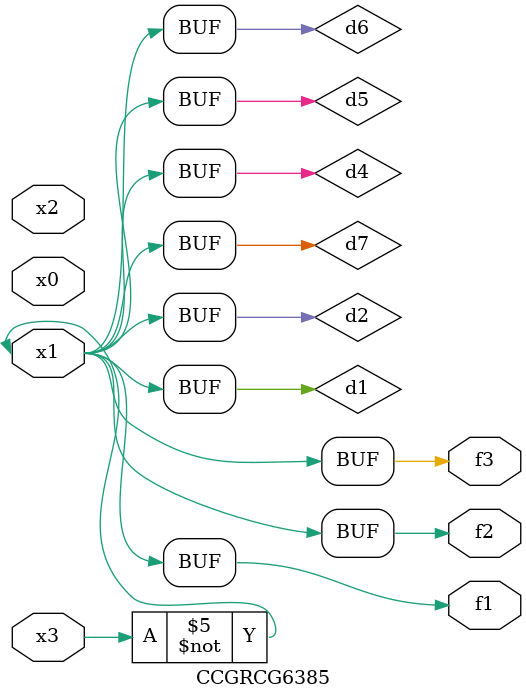
<source format=v>
module CCGRCG6385(
	input x0, x1, x2, x3,
	output f1, f2, f3
);

	wire d1, d2, d3, d4, d5, d6, d7;

	not (d1, x3);
	buf (d2, x1);
	xnor (d3, d1, d2);
	nor (d4, d1);
	buf (d5, d1, d2);
	buf (d6, d4, d5);
	nand (d7, d4);
	assign f1 = d6;
	assign f2 = d7;
	assign f3 = d6;
endmodule

</source>
